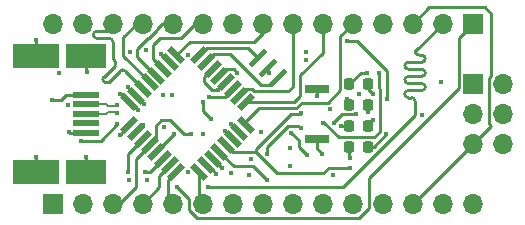
<source format=gbr>
%TF.GenerationSoftware,KiCad,Pcbnew,(6.0.11-0)*%
%TF.CreationDate,2023-05-04T16:40:56+03:00*%
%TF.ProjectId,Arduino Nano Differential impdance PCB,41726475-696e-46f2-904e-616e6f204469,rev?*%
%TF.SameCoordinates,Original*%
%TF.FileFunction,Copper,L1,Top*%
%TF.FilePolarity,Positive*%
%FSLAX46Y46*%
G04 Gerber Fmt 4.6, Leading zero omitted, Abs format (unit mm)*
G04 Created by KiCad (PCBNEW (6.0.11-0)) date 2023-05-04 16:40:56*
%MOMM*%
%LPD*%
G01*
G04 APERTURE LIST*
G04 Aperture macros list*
%AMRoundRect*
0 Rectangle with rounded corners*
0 $1 Rounding radius*
0 $2 $3 $4 $5 $6 $7 $8 $9 X,Y pos of 4 corners*
0 Add a 4 corners polygon primitive as box body*
4,1,4,$2,$3,$4,$5,$6,$7,$8,$9,$2,$3,0*
0 Add four circle primitives for the rounded corners*
1,1,$1+$1,$2,$3*
1,1,$1+$1,$4,$5*
1,1,$1+$1,$6,$7*
1,1,$1+$1,$8,$9*
0 Add four rect primitives between the rounded corners*
20,1,$1+$1,$2,$3,$4,$5,0*
20,1,$1+$1,$4,$5,$6,$7,0*
20,1,$1+$1,$6,$7,$8,$9,0*
20,1,$1+$1,$8,$9,$2,$3,0*%
%AMRotRect*
0 Rectangle, with rotation*
0 The origin of the aperture is its center*
0 $1 length*
0 $2 width*
0 $3 Rotation angle, in degrees counterclockwise*
0 Add horizontal line*
21,1,$1,$2,0,0,$3*%
G04 Aperture macros list end*
%TA.AperFunction,SMDPad,CuDef*%
%ADD10RotRect,0.400000X1.900000X135.000000*%
%TD*%
%TA.AperFunction,SMDPad,CuDef*%
%ADD11R,2.000000X0.800000*%
%TD*%
%TA.AperFunction,SMDPad,CuDef*%
%ADD12RoundRect,0.218750X-0.218750X-0.256250X0.218750X-0.256250X0.218750X0.256250X-0.218750X0.256250X0*%
%TD*%
%TA.AperFunction,SMDPad,CuDef*%
%ADD13RotRect,1.600000X0.550000X225.000000*%
%TD*%
%TA.AperFunction,SMDPad,CuDef*%
%ADD14RotRect,0.550000X1.600000X225.000000*%
%TD*%
%TA.AperFunction,ComponentPad*%
%ADD15R,1.700000X1.700000*%
%TD*%
%TA.AperFunction,ComponentPad*%
%ADD16O,1.700000X1.700000*%
%TD*%
%TA.AperFunction,SMDPad,CuDef*%
%ADD17R,2.250000X0.500000*%
%TD*%
%TA.AperFunction,SMDPad,CuDef*%
%ADD18R,4.000000X2.050000*%
%TD*%
%TA.AperFunction,SMDPad,CuDef*%
%ADD19R,3.500000X2.050000*%
%TD*%
%TA.AperFunction,ViaPad*%
%ADD20C,0.450000*%
%TD*%
%TA.AperFunction,Conductor*%
%ADD21C,0.293370*%
%TD*%
%TA.AperFunction,Conductor*%
%ADD22C,0.200000*%
%TD*%
G04 APERTURE END LIST*
D10*
%TO.P,X1,1*%
%TO.N,Net-(U2-Pad7)*%
X154178028Y-99568028D03*
%TO.P,X1,2*%
%TO.N,GND*%
X153329500Y-98719500D03*
%TO.P,X1,3*%
%TO.N,Net-(U2-Pad8)*%
X152480972Y-97870972D03*
%TD*%
D11*
%TO.P,S2,1,1*%
%TO.N,GND*%
X157480000Y-104716000D03*
%TO.P,S2,2,2*%
%TO.N,RST*%
X157480000Y-100516000D03*
%TD*%
D12*
%TO.P,LEDTX1,1,K*%
%TO.N,Net-(LEDTX1-Pad1)*%
X160248500Y-100076000D03*
%TO.P,LEDTX1,2,A*%
%TO.N,Net-(LEDTX1-Pad2)*%
X161823500Y-100076000D03*
%TD*%
D13*
%TO.P,U2,1,PD3*%
%TO.N,D3*%
X151493605Y-101640193D03*
%TO.P,U2,2,PD4*%
%TO.N,D4*%
X150927920Y-101074507D03*
%TO.P,U2,3,GND*%
%TO.N,GND*%
X150362234Y-100508822D03*
%TO.P,U2,4,VCC*%
%TO.N,+5V*%
X149796549Y-99943136D03*
%TO.P,U2,5,GND*%
%TO.N,GND*%
X149230864Y-99377451D03*
%TO.P,U2,6,VCC*%
%TO.N,+5V*%
X148665178Y-98811766D03*
%TO.P,U2,7,PB6*%
%TO.N,Net-(U2-Pad7)*%
X148099493Y-98246080D03*
%TO.P,U2,8,PB7*%
%TO.N,Net-(U2-Pad8)*%
X147533807Y-97680395D03*
D14*
%TO.P,U2,9,PD5*%
%TO.N,D5*%
X145582193Y-97680395D03*
%TO.P,U2,10,PD6*%
%TO.N,D6*%
X145016507Y-98246080D03*
%TO.P,U2,11,PD7*%
%TO.N,D7*%
X144450822Y-98811766D03*
%TO.P,U2,12,PB0*%
%TO.N,D8*%
X143885136Y-99377451D03*
%TO.P,U2,13,PB1*%
%TO.N,D9*%
X143319451Y-99943136D03*
%TO.P,U2,14,PB2*%
%TO.N,D10*%
X142753766Y-100508822D03*
%TO.P,U2,15,PB3*%
%TO.N,D11{slash}MOSI*%
X142188080Y-101074507D03*
%TO.P,U2,16,PB4*%
%TO.N,D12{slash}MISO*%
X141622395Y-101640193D03*
D13*
%TO.P,U2,17,PB5*%
%TO.N,D13{slash}SCK*%
X141622395Y-103591807D03*
%TO.P,U2,18,AVCC*%
%TO.N,+5V*%
X142188080Y-104157493D03*
%TO.P,U2,19,ADC6*%
%TO.N,A6*%
X142753766Y-104723178D03*
%TO.P,U2,20,AREF*%
%TO.N,AREF*%
X143319451Y-105288864D03*
%TO.P,U2,21,GND*%
%TO.N,GND*%
X143885136Y-105854549D03*
%TO.P,U2,22,ADC7*%
%TO.N,A7*%
X144450822Y-106420234D03*
%TO.P,U2,23,PC0*%
%TO.N,A0*%
X145016507Y-106985920D03*
%TO.P,U2,24,PC1*%
%TO.N,A1*%
X145582193Y-107551605D03*
D14*
%TO.P,U2,25,PC2*%
%TO.N,A2*%
X147533807Y-107551605D03*
%TO.P,U2,26,PC3*%
%TO.N,A3*%
X148099493Y-106985920D03*
%TO.P,U2,27,PC4*%
%TO.N,A4*%
X148665178Y-106420234D03*
%TO.P,U2,28,PC5*%
%TO.N,A5*%
X149230864Y-105854549D03*
%TO.P,U2,29,PC6/~{RESET}*%
%TO.N,RST*%
X149796549Y-105288864D03*
%TO.P,U2,30,PD0*%
%TO.N,RP1A1*%
X150362234Y-104723178D03*
%TO.P,U2,31,PD1*%
%TO.N,RP1B1*%
X150927920Y-104157493D03*
%TO.P,U2,32,PD2*%
%TO.N,D2*%
X151493605Y-103591807D03*
%TD*%
D15*
%TO.P,H3,1,1*%
%TO.N,D12{slash}MISO*%
X170683000Y-100091000D03*
D16*
%TO.P,H3,2,2*%
%TO.N,+5V*%
X173223000Y-100091000D03*
%TO.P,H3,3,3*%
%TO.N,D13{slash}SCK*%
X170683000Y-102631000D03*
%TO.P,H3,4,4*%
%TO.N,D11{slash}MOSI*%
X173223000Y-102631000D03*
%TO.P,H3,5,5*%
%TO.N,RST*%
X170683000Y-105171000D03*
%TO.P,H3,6,6*%
%TO.N,GND*%
X173223000Y-105171000D03*
%TD*%
D15*
%TO.P,H1,1,1*%
%TO.N,D1{slash}TX*%
X170683000Y-94996000D03*
D16*
%TO.P,H1,2,2*%
%TO.N,D0{slash}RX*%
X168143000Y-94996000D03*
%TO.P,H1,3,3*%
%TO.N,RST*%
X165603000Y-94996000D03*
%TO.P,H1,4,4*%
%TO.N,GND*%
X163063000Y-94996000D03*
%TO.P,H1,5,5*%
%TO.N,D2*%
X160523000Y-94996000D03*
%TO.P,H1,6,6*%
%TO.N,D3*%
X157983000Y-94996000D03*
%TO.P,H1,7,7*%
%TO.N,D4*%
X155443000Y-94996000D03*
%TO.P,H1,8,8*%
%TO.N,D5*%
X152903000Y-94996000D03*
%TO.P,H1,9,9*%
%TO.N,D6*%
X150363000Y-94996000D03*
%TO.P,H1,10,10*%
%TO.N,D7*%
X147823000Y-94996000D03*
%TO.P,H1,11,11*%
%TO.N,D8*%
X145283000Y-94996000D03*
%TO.P,H1,12,12*%
%TO.N,D9*%
X142743000Y-94996000D03*
%TO.P,H1,13,13*%
%TO.N,D10*%
X140203000Y-94996000D03*
%TO.P,H1,14,14*%
%TO.N,D11{slash}MOSI*%
X137663000Y-94996000D03*
%TO.P,H1,15,15*%
%TO.N,D12{slash}MISO*%
X135123000Y-94996000D03*
%TD*%
D15*
%TO.P,H2,1,1*%
%TO.N,D13{slash}SCK*%
X135133000Y-110236000D03*
D16*
%TO.P,H2,2,2*%
%TO.N,+3V3*%
X137673000Y-110236000D03*
%TO.P,H2,3,3*%
%TO.N,AREF*%
X140213000Y-110236000D03*
%TO.P,H2,4,4*%
%TO.N,A0*%
X142753000Y-110236000D03*
%TO.P,H2,5,5*%
%TO.N,A1*%
X145293000Y-110236000D03*
%TO.P,H2,6,6*%
%TO.N,A2*%
X147833000Y-110236000D03*
%TO.P,H2,7,7*%
%TO.N,A3*%
X150373000Y-110236000D03*
%TO.P,H2,8,8*%
%TO.N,A4*%
X152913000Y-110236000D03*
%TO.P,H2,9,9*%
%TO.N,A5*%
X155453000Y-110236000D03*
%TO.P,H2,10,10*%
%TO.N,A6*%
X157993000Y-110236000D03*
%TO.P,H2,11,11*%
%TO.N,A7*%
X160533000Y-110236000D03*
%TO.P,H2,12,12*%
%TO.N,+5V*%
X163073000Y-110236000D03*
%TO.P,H2,13,13*%
%TO.N,RST*%
X165613000Y-110236000D03*
%TO.P,H2,14,14*%
%TO.N,GND*%
X168153000Y-110236000D03*
%TO.P,H2,15,15*%
%TO.N,VCC*%
X170693000Y-110236000D03*
%TD*%
D12*
%TO.P,LEDPWR1,1,K*%
%TO.N,GND*%
X160248500Y-103632000D03*
%TO.P,LEDPWR1,2,A*%
%TO.N,RP1C2*%
X161823500Y-103632000D03*
%TD*%
D17*
%TO.P,USB2,1,VBUS*%
%TO.N,Net-(F1-Pad2)*%
X137942700Y-101016000D03*
%TO.P,USB2,2,D-*%
%TO.N,D-*%
X137942700Y-101816000D03*
%TO.P,USB2,3,D+*%
%TO.N,D+*%
X137942700Y-102616000D03*
%TO.P,USB2,4,ID*%
%TO.N,unconnected-(USB2-Pad4)*%
X137942700Y-103416000D03*
%TO.P,USB2,5,GND*%
%TO.N,GND*%
X137942700Y-104216000D03*
D18*
%TO.P,USB2,8,CH*%
X133717700Y-107541000D03*
D19*
%TO.P,USB2,9,CH*%
X137967700Y-107541000D03*
%TO.P,USB2,10,CH*%
X137967700Y-97691000D03*
D18*
%TO.P,USB2,11,CH*%
X133717700Y-97691000D03*
%TD*%
D12*
%TO.P,LEDBUILTIN1,1,K*%
%TO.N,GND*%
X160248500Y-105410000D03*
%TO.P,LEDBUILTIN1,2,A*%
%TO.N,RP2A2*%
X161823500Y-105410000D03*
%TD*%
%TO.P,LEDRX1,1,K*%
%TO.N,Net-(LEDRX1-Pad1)*%
X160248500Y-101854000D03*
%TO.P,LEDRX1,2,A*%
%TO.N,Net-(LEDRX1-Pad2)*%
X161823500Y-101854000D03*
%TD*%
D20*
%TO.N,VBUS*%
X137541000Y-104902000D03*
X161036000Y-100965000D03*
X140589000Y-103505000D03*
X144548889Y-103736111D03*
%TO.N,+5V*%
X150231422Y-107593786D03*
X146573688Y-107580730D03*
X149098000Y-100584000D03*
X142774618Y-103577396D03*
%TO.N,Net-(F1-Pad2)*%
X135041430Y-101416800D03*
%TO.N,D1{slash}TX*%
X145643000Y-108855005D03*
X156591000Y-98058503D03*
%TO.N,D0{slash}RX*%
X156591000Y-97409000D03*
X148243000Y-108836024D03*
%TO.N,GND*%
X168021000Y-99949000D03*
X136525000Y-104140000D03*
X133731000Y-106299000D03*
X137922000Y-106299000D03*
X136393198Y-101854000D03*
X146558000Y-97663000D03*
X151737500Y-107823000D03*
X160263043Y-106360497D03*
X135636000Y-99187000D03*
X141668185Y-97409000D03*
X150749000Y-99123185D03*
X157958978Y-105981185D03*
X166370000Y-102743000D03*
X143101500Y-108204000D03*
X159512000Y-103632000D03*
X148334558Y-101155185D03*
X137985815Y-99060000D03*
X145382262Y-104345445D03*
X151892000Y-106426000D03*
X158565000Y-102229152D03*
X143037819Y-97208904D03*
X153469556Y-99158988D03*
X158849500Y-107823000D03*
X133731000Y-96393000D03*
X155175000Y-107080000D03*
%TO.N,RST*%
X157480000Y-101092000D03*
X156136299Y-102544098D03*
X160274000Y-107188000D03*
%TO.N,D6*%
X144272000Y-97536000D03*
%TO.N,D11{slash}MOSI*%
X141478000Y-100330000D03*
X142881917Y-101768344D03*
%TO.N,D12{slash}MISO*%
X140843000Y-100965000D03*
X142303500Y-102298500D03*
%TO.N,D13{slash}SCK*%
X140843000Y-104394000D03*
X155194000Y-105487815D03*
%TO.N,+3V3*%
X141605000Y-108204000D03*
%TO.N,AREF*%
X146864185Y-104345445D03*
%TO.N,A3*%
X148971000Y-107693154D03*
%TO.N,A4*%
X149431882Y-107235506D03*
%TO.N,A5*%
X153289000Y-108264839D03*
%TO.N,A6*%
X141469935Y-107512772D03*
%TO.N,A7*%
X142952550Y-107540114D03*
%TO.N,RP2A2*%
X156111219Y-103854050D03*
X153289000Y-105981185D03*
X163377684Y-104322684D03*
%TO.N,RP1C2*%
X163385185Y-101346000D03*
X160035500Y-96466698D03*
X162204555Y-103129316D03*
%TO.N,Net-(LEDRX1-Pad1)*%
X145255155Y-101010663D03*
X147828000Y-101600000D03*
X148483190Y-103022588D03*
X160020000Y-101382702D03*
%TO.N,Net-(LEDRX1-Pad2)*%
X161783128Y-102474128D03*
X155321000Y-104203815D03*
X156654815Y-106122861D03*
%TO.N,Net-(LEDTX1-Pad1)*%
X144446020Y-101012020D03*
X161714502Y-99123185D03*
%TO.N,Net-(LEDTX1-Pad2)*%
X160773628Y-102675850D03*
X158916800Y-103372022D03*
X162242815Y-100965000D03*
%TO.N,RP1A1*%
X149690257Y-104066459D03*
%TO.N,RP1B1*%
X150241000Y-103505000D03*
%TO.N,Net-(C7-Pad1)*%
X157988000Y-103378000D03*
X147828000Y-104345445D03*
X162715568Y-99123185D03*
X152781000Y-104162992D03*
%TO.N,D+*%
X140589000Y-102566000D03*
%TO.N,D-*%
X140589000Y-101866000D03*
%TD*%
D21*
%TO.N,VBUS*%
X139192000Y-104902000D02*
X140589000Y-103505000D01*
X137541000Y-104902000D02*
X139192000Y-104902000D01*
%TO.N,+5V*%
X142188080Y-104157493D02*
X142194521Y-104157493D01*
X147955000Y-99949000D02*
X147955000Y-99521944D01*
X147955000Y-99521944D02*
X148665178Y-98811766D01*
X149098000Y-100584000D02*
X148590000Y-100584000D01*
X142194521Y-104157493D02*
X142774618Y-103577396D01*
X149738864Y-99943136D02*
X149098000Y-100584000D01*
X148590000Y-100584000D02*
X147955000Y-99949000D01*
X149796549Y-99943136D02*
X149738864Y-99943136D01*
%TO.N,Net-(F1-Pad2)*%
X135849651Y-101416800D02*
X135041430Y-101416800D01*
X136250451Y-101016000D02*
X135849651Y-101416800D01*
X137942700Y-101016000D02*
X136250451Y-101016000D01*
%TO.N,D1{slash}TX*%
X161028684Y-111432685D02*
X161876315Y-110585054D01*
X161876315Y-108045170D02*
X169486315Y-100435170D01*
X161876315Y-110585054D02*
X161876315Y-108045170D01*
X146636315Y-109848320D02*
X146636315Y-110731684D01*
X146636315Y-110731684D02*
X147337316Y-111432685D01*
X169486315Y-100435170D02*
X169486315Y-96192685D01*
X147337316Y-111432685D02*
X161028684Y-111432685D01*
X145643000Y-108855005D02*
X146636315Y-109848320D01*
X169486315Y-96192685D02*
X170683000Y-94996000D01*
%TO.N,D0{slash}RX*%
X165798315Y-100040685D02*
X166369157Y-100040685D01*
X165798315Y-102474206D02*
X165798315Y-102709831D01*
X166098315Y-98240685D02*
X165227473Y-98240685D01*
X165798315Y-98840685D02*
X166369157Y-98840685D01*
X166369157Y-99440685D02*
X165798315Y-99440685D01*
X166098315Y-97640685D02*
X166369157Y-97640685D01*
X165798315Y-100640685D02*
X165227473Y-100640685D01*
X165798315Y-102709831D02*
X159672122Y-108836024D01*
X165227473Y-101240685D02*
X165498315Y-101240685D01*
X166369157Y-100640685D02*
X165798315Y-100640685D01*
X165227473Y-100040685D02*
X165798315Y-100040685D01*
X159672122Y-108836024D02*
X148243000Y-108836024D01*
X168143000Y-94996000D02*
X165798315Y-97340685D01*
X165798315Y-99440685D02*
X165227473Y-99440685D01*
X165798315Y-101540685D02*
X165798315Y-102474206D01*
X165227473Y-98840685D02*
X165798315Y-98840685D01*
X166369157Y-98240685D02*
X166098315Y-98240685D01*
X166369157Y-98240657D02*
G75*
G03*
X166669157Y-97940685I43J299957D01*
G01*
X164927485Y-98540685D02*
G75*
G02*
X165227473Y-98240685I300015J-15D01*
G01*
X166669215Y-100340685D02*
G75*
G03*
X166369157Y-100040685I-300015J-15D01*
G01*
X165798315Y-101540685D02*
G75*
G03*
X165498315Y-101240685I-300015J-15D01*
G01*
X166369157Y-99440657D02*
G75*
G03*
X166669157Y-99140685I43J299957D01*
G01*
X164927485Y-100940685D02*
G75*
G02*
X165227473Y-100640685I300015J-15D01*
G01*
X165227473Y-100040727D02*
G75*
G02*
X164927473Y-99740685I27J300027D01*
G01*
X166369157Y-100640657D02*
G75*
G03*
X166669157Y-100340685I43J299957D01*
G01*
X164927485Y-99740685D02*
G75*
G02*
X165227473Y-99440685I300015J-15D01*
G01*
X166098315Y-97640685D02*
G75*
G02*
X165798315Y-97340685I-15J299985D01*
G01*
X165227473Y-98840727D02*
G75*
G02*
X164927473Y-98540685I27J300027D01*
G01*
X166669215Y-99140685D02*
G75*
G03*
X166369157Y-98840685I-300015J-15D01*
G01*
X166669215Y-97940685D02*
G75*
G03*
X166369157Y-97640685I-300015J-15D01*
G01*
X165227473Y-101240727D02*
G75*
G02*
X164927473Y-100940685I27J300027D01*
G01*
%TO.N,GND*%
X150749000Y-99123185D02*
X150462126Y-98836311D01*
X137967700Y-97691000D02*
X137967700Y-99041885D01*
X133717700Y-96406300D02*
X133731000Y-96393000D01*
X143885136Y-105842571D02*
X145382262Y-104345445D01*
X153329500Y-99018932D02*
X153329500Y-98719500D01*
X160248500Y-105410000D02*
X160248500Y-106345954D01*
X160248500Y-106345954D02*
X160263043Y-106360497D01*
X149715871Y-101155185D02*
X150362234Y-100508822D01*
X157480000Y-104716000D02*
X157480000Y-105502207D01*
X160248500Y-103632000D02*
X159512000Y-103632000D01*
X133717700Y-97691000D02*
X133717700Y-96406300D01*
X137967700Y-106344700D02*
X137922000Y-106299000D01*
X137967700Y-99041885D02*
X137985815Y-99060000D01*
X149772004Y-98836311D02*
X149230864Y-99377451D01*
X136601000Y-104216000D02*
X136525000Y-104140000D01*
X133717700Y-107541000D02*
X133717700Y-106312300D01*
X153469556Y-99158988D02*
X153329500Y-99018932D01*
X133717700Y-106312300D02*
X133731000Y-106299000D01*
X157480000Y-105502207D02*
X157958978Y-105981185D01*
X150462126Y-98836311D02*
X149772004Y-98836311D01*
X137942700Y-104216000D02*
X136601000Y-104216000D01*
X148334558Y-101155185D02*
X149715871Y-101155185D01*
X143885136Y-105854549D02*
X143885136Y-105842571D01*
X137967700Y-107541000D02*
X137967700Y-106344700D01*
%TO.N,RST*%
X149796549Y-105288864D02*
X150362000Y-105854315D01*
X157480000Y-101092000D02*
X157480000Y-100516000D01*
X152336315Y-105600685D02*
X152336315Y-105854315D01*
X172212000Y-103642000D02*
X172026315Y-103456315D01*
X156136299Y-102544098D02*
X156053464Y-102626933D01*
X172026315Y-103456315D02*
X172026315Y-99595316D01*
X170678000Y-105171000D02*
X170683000Y-105171000D01*
X172212000Y-94131630D02*
X171679370Y-93599000D01*
X154133685Y-107651685D02*
X158032315Y-107651685D01*
X170683000Y-105171000D02*
X172212000Y-103642000D01*
X156053464Y-102626933D02*
X155310067Y-102626933D01*
X172026315Y-99595316D02*
X172212000Y-99409631D01*
X165613000Y-110236000D02*
X170678000Y-105171000D01*
X167000000Y-93599000D02*
X165603000Y-94996000D01*
X158496000Y-107188000D02*
X160274000Y-107188000D01*
X158032315Y-107651685D02*
X158496000Y-107188000D01*
X172212000Y-99409631D02*
X172212000Y-94131630D01*
X153035000Y-106553000D02*
X154133685Y-107651685D01*
X150362000Y-105854315D02*
X152019000Y-105854315D01*
X155310067Y-102626933D02*
X152336315Y-105600685D01*
X152019000Y-105854315D02*
X152336315Y-105854315D01*
X152336315Y-105854315D02*
X153035000Y-106553000D01*
X171679370Y-93599000D02*
X167000000Y-93599000D01*
%TO.N,D2*%
X159464315Y-96054685D02*
X160523000Y-94996000D01*
X158425685Y-101663685D02*
X159464315Y-100625055D01*
X151493605Y-103268395D02*
X152628437Y-102133563D01*
X155739167Y-102133563D02*
X156209045Y-101663685D01*
X151493605Y-103591807D02*
X151493605Y-103268395D01*
X159464315Y-100625055D02*
X159464315Y-96054685D01*
X152628437Y-102133563D02*
X155739167Y-102133563D01*
X156209045Y-101663685D02*
X158425685Y-101663685D01*
%TO.N,D3*%
X157983000Y-97474988D02*
X157983000Y-94996000D01*
X156083000Y-99374988D02*
X157983000Y-97474988D01*
X151493605Y-101640193D02*
X155534807Y-101640193D01*
X156083000Y-101092000D02*
X156083000Y-99374988D01*
X155534807Y-101640193D02*
X156083000Y-101092000D01*
%TO.N,D4*%
X153791300Y-100727886D02*
X153808186Y-100711000D01*
X150927920Y-101074507D02*
X151469059Y-100533368D01*
X152186070Y-100711000D02*
X153487210Y-100711000D01*
X153504096Y-100727886D02*
X153791300Y-100727886D01*
X153487210Y-100711000D02*
X153504096Y-100727886D01*
X153808186Y-100711000D02*
X155067000Y-100711000D01*
X151469059Y-100533368D02*
X152008438Y-100533368D01*
X155448000Y-100330000D02*
X155448000Y-95001000D01*
X155067000Y-100711000D02*
X155448000Y-100330000D01*
X152008438Y-100533368D02*
X152186070Y-100711000D01*
X155448000Y-95001000D02*
X155443000Y-94996000D01*
%TO.N,D5*%
X145582193Y-97680395D02*
X146742588Y-96520000D01*
X152146000Y-96520000D02*
X152903000Y-95763000D01*
X152903000Y-95763000D02*
X152903000Y-94996000D01*
X146742588Y-96520000D02*
X152146000Y-96520000D01*
%TO.N,D6*%
X145016507Y-98246080D02*
X144982080Y-98246080D01*
X144982080Y-98246080D02*
X144272000Y-97536000D01*
%TO.N,D7*%
X143637000Y-97997944D02*
X144450822Y-98811766D01*
X144218315Y-96192685D02*
X143637000Y-96774000D01*
X147193000Y-94996000D02*
X145996315Y-96192685D01*
X143637000Y-96774000D02*
X143637000Y-97997944D01*
X147823000Y-94996000D02*
X147193000Y-94996000D01*
X145996315Y-96192685D02*
X144218315Y-96192685D01*
%TO.N,D8*%
X143939685Y-95491684D02*
X143238684Y-96192685D01*
X145283000Y-94996000D02*
X144399000Y-94996000D01*
X143238684Y-96192685D02*
X143202315Y-96192685D01*
X143939685Y-95455315D02*
X143939685Y-95491684D01*
X142240000Y-97790000D02*
X143827451Y-99377451D01*
X143202315Y-96192685D02*
X142240000Y-97155000D01*
X143827451Y-99377451D02*
X143885136Y-99377451D01*
X142240000Y-97155000D02*
X142240000Y-97790000D01*
X144399000Y-94996000D02*
X143939685Y-95455315D01*
%TO.N,D9*%
X141097000Y-96139000D02*
X141097000Y-97720685D01*
X142743000Y-94996000D02*
X142240000Y-94996000D01*
X141097000Y-97720685D02*
X143319451Y-99943136D01*
X142240000Y-94996000D02*
X141097000Y-96139000D01*
%TO.N,D10*%
X140203000Y-96769000D02*
X140203000Y-97958056D01*
X140203000Y-97958056D02*
X140379775Y-98134831D01*
X141228302Y-98983358D02*
X142753766Y-100508822D01*
X140379774Y-98559096D02*
X140379775Y-98559095D01*
X141228303Y-98983359D02*
X141228302Y-98983358D01*
X139871228Y-99916169D02*
X139871227Y-99916170D01*
X140203000Y-94996000D02*
X140203000Y-95325000D01*
X140203000Y-96525000D02*
X140203000Y-96769000D01*
X140379775Y-98559095D02*
X139446963Y-99491906D01*
X139446964Y-99916171D02*
X139446963Y-99916170D01*
X139903000Y-95625000D02*
X138853000Y-95625000D01*
X139871227Y-99916170D02*
X140804038Y-98983358D01*
X138853000Y-96225000D02*
X139903000Y-96225000D01*
X138853000Y-96225000D02*
G75*
G02*
X138553000Y-95925000I0J300000D01*
G01*
X139903000Y-95625000D02*
G75*
G03*
X140203000Y-95325000I0J300000D01*
G01*
X139871233Y-99916174D02*
G75*
G02*
X139446963Y-99916170I-212133J212174D01*
G01*
X140203000Y-96525000D02*
G75*
G03*
X139903000Y-96225000I-300000J0D01*
G01*
X141228333Y-98983329D02*
G75*
G03*
X140804038Y-98983358I-212133J-212171D01*
G01*
X138553000Y-95925000D02*
G75*
G02*
X138853000Y-95625000I300000J0D01*
G01*
X139447002Y-99916133D02*
G75*
G02*
X139446963Y-99491906I212098J212133D01*
G01*
X140379811Y-98559133D02*
G75*
G03*
X140379775Y-98134831I-212211J212133D01*
G01*
%TO.N,D11{slash}MOSI*%
X141478000Y-100364427D02*
X142188080Y-101074507D01*
X142881917Y-101768344D02*
X142188080Y-101074507D01*
X141478000Y-100330000D02*
X141478000Y-100364427D01*
%TO.N,D12{slash}MISO*%
X140843000Y-100965000D02*
X140947202Y-100965000D01*
X142303500Y-102298500D02*
X141645193Y-101640193D01*
X141645193Y-101640193D02*
X141622395Y-101640193D01*
X140947202Y-100965000D02*
X141622395Y-101640193D01*
%TO.N,D13{slash}SCK*%
X140843000Y-104394000D02*
X140843000Y-104371202D01*
X140843000Y-104371202D02*
X141622395Y-103591807D01*
%TO.N,AREF*%
X145074426Y-103164426D02*
X144312089Y-103164426D01*
X140716000Y-110236000D02*
X140213000Y-110236000D01*
X143860591Y-103615924D02*
X143860591Y-104747724D01*
X142176685Y-106431630D02*
X142176685Y-108775315D01*
X143860591Y-104747724D02*
X143319451Y-105288864D01*
X144312089Y-103164426D02*
X143860591Y-103615924D01*
X146255445Y-104345445D02*
X145074426Y-103164426D01*
X142176685Y-108775315D02*
X140716000Y-110236000D01*
X146864185Y-104345445D02*
X146255445Y-104345445D01*
X143319451Y-105288864D02*
X142176685Y-106431630D01*
%TO.N,A0*%
X145016507Y-106985920D02*
X144145000Y-107857427D01*
X144145000Y-108844000D02*
X142753000Y-110236000D01*
X144145000Y-107857427D02*
X144145000Y-108844000D01*
%TO.N,A1*%
X145582193Y-107551605D02*
X144907000Y-108226798D01*
X144907000Y-109850000D02*
X145293000Y-110236000D01*
X144907000Y-108226798D02*
X144907000Y-109850000D01*
%TO.N,A2*%
X147533807Y-107551605D02*
X147533807Y-109936807D01*
X147533807Y-109936807D02*
X147833000Y-110236000D01*
%TO.N,A3*%
X148099493Y-106985920D02*
X148263766Y-106985920D01*
X148263766Y-106985920D02*
X148971000Y-107693154D01*
%TO.N,A4*%
X148665178Y-106468802D02*
X149431882Y-107235506D01*
X148665178Y-106420234D02*
X148665178Y-106468802D01*
%TO.N,A5*%
X150437315Y-107061000D02*
X152075529Y-107061000D01*
X153279368Y-108264839D02*
X153289000Y-108264839D01*
X149230864Y-105854549D02*
X150437315Y-107061000D01*
X152075529Y-107061000D02*
X153279368Y-108264839D01*
%TO.N,A6*%
X141469935Y-107512772D02*
X141469935Y-106007009D01*
X141469935Y-106007009D02*
X142753766Y-104723178D01*
%TO.N,A7*%
X143330942Y-107540114D02*
X142952550Y-107540114D01*
X144450822Y-106420234D02*
X143330942Y-107540114D01*
%TO.N,RP2A2*%
X162290368Y-105410000D02*
X163377684Y-104322684D01*
X153289000Y-105410000D02*
X155066870Y-103632130D01*
X161823500Y-105410000D02*
X162290368Y-105410000D01*
X155066870Y-103632130D02*
X155889299Y-103632130D01*
X153289000Y-105981185D02*
X153289000Y-105410000D01*
X155889299Y-103632130D02*
X156111219Y-103854050D01*
%TO.N,RP1C2*%
X161823500Y-103632000D02*
X161823500Y-103510371D01*
X160867566Y-96466698D02*
X160035500Y-96466698D01*
X163385185Y-101346000D02*
X163385185Y-98984317D01*
X163385185Y-98984317D02*
X160867566Y-96466698D01*
X161823500Y-103510371D02*
X162204555Y-103129316D01*
%TO.N,Net-(LEDRX1-Pad1)*%
X160248500Y-101611202D02*
X160020000Y-101382702D01*
X147828000Y-102367398D02*
X147828000Y-101600000D01*
X148483190Y-103022588D02*
X147828000Y-102367398D01*
X160248500Y-101854000D02*
X160248500Y-101611202D01*
%TO.N,Net-(LEDRX1-Pad2)*%
X155956000Y-105424046D02*
X155956000Y-104838815D01*
X155956000Y-104838815D02*
X155321000Y-104203815D01*
X156654815Y-106122861D02*
X155956000Y-105424046D01*
X161823500Y-102433756D02*
X161783128Y-102474128D01*
X161823500Y-101854000D02*
X161823500Y-102433756D01*
%TO.N,Net-(LEDTX1-Pad1)*%
X161201315Y-99123185D02*
X161714502Y-99123185D01*
X160248500Y-100076000D02*
X161201315Y-99123185D01*
%TO.N,Net-(LEDTX1-Pad2)*%
X160773628Y-102675850D02*
X159579150Y-102675850D01*
X159579150Y-102675850D02*
X158844865Y-103410135D01*
X161823500Y-100545685D02*
X162242815Y-100965000D01*
X161823500Y-100076000D02*
X161823500Y-100545685D01*
%TO.N,RP1A1*%
X150346976Y-104723178D02*
X149690257Y-104066459D01*
X150362234Y-104723178D02*
X150346976Y-104723178D01*
%TO.N,Net-(U2-Pad7)*%
X150114000Y-97536000D02*
X148809573Y-97536000D01*
X154178028Y-99568028D02*
X153543056Y-100203000D01*
X148809573Y-97536000D02*
X148099493Y-98246080D01*
X153543056Y-100203000D02*
X152781000Y-100203000D01*
X152781000Y-100203000D02*
X150114000Y-97536000D01*
%TO.N,Net-(U2-Pad8)*%
X151638000Y-97028000D02*
X152480972Y-97870972D01*
X148200832Y-97013370D02*
X151638000Y-97013370D01*
X147533807Y-97680395D02*
X148200832Y-97013370D01*
X151638000Y-97013370D02*
X151638000Y-97028000D01*
%TO.N,RP1B1*%
X150927920Y-104157493D02*
X150893493Y-104157493D01*
X150893493Y-104157493D02*
X150241000Y-103505000D01*
%TO.N,Net-(C7-Pad1)*%
X162365685Y-104588315D02*
X159325315Y-104588315D01*
X162814000Y-104140000D02*
X162365685Y-104588315D01*
X162814000Y-100557010D02*
X162814000Y-104140000D01*
X162715568Y-99123185D02*
X162715568Y-100458578D01*
X158115000Y-103378000D02*
X157988000Y-103378000D01*
X162715568Y-100458578D02*
X162814000Y-100557010D01*
X159325315Y-104588315D02*
X158115000Y-103378000D01*
D22*
%TO.N,D+*%
X137942700Y-102616000D02*
X139630201Y-102616000D01*
X139805201Y-102441000D02*
X140464001Y-102441001D01*
X139630201Y-102616000D02*
X139805201Y-102441000D01*
X140464001Y-102441001D02*
X140589000Y-102566000D01*
%TO.N,D-*%
X137942700Y-101816000D02*
X139630201Y-101816000D01*
X139805201Y-101991000D02*
X140464001Y-101990999D01*
X140464001Y-101990999D02*
X140589000Y-101866000D01*
X139630201Y-101816000D02*
X139805201Y-101991000D01*
%TD*%
M02*

</source>
